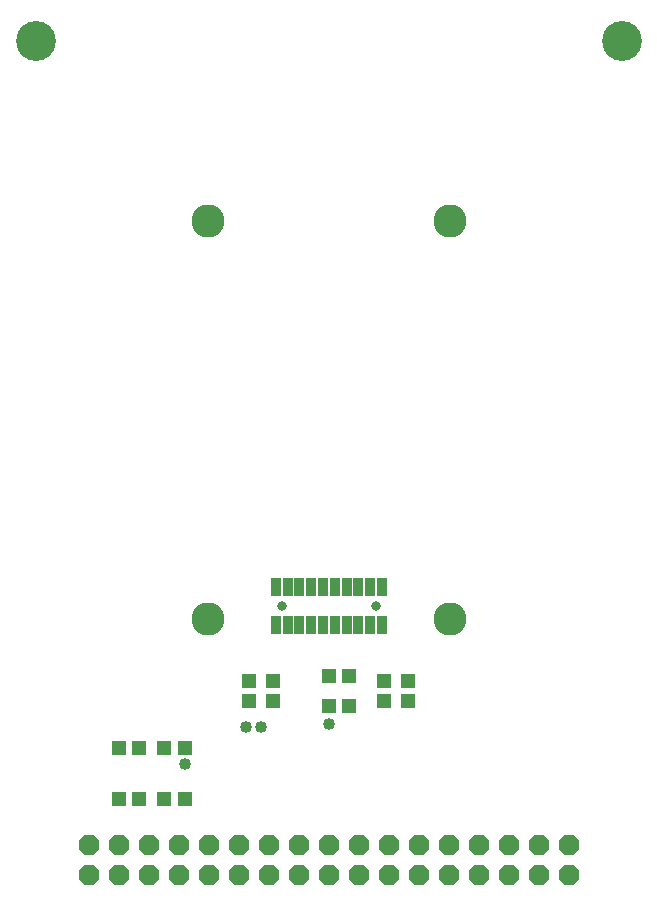
<source format=gts>
G75*
%MOIN*%
%OFA0B0*%
%FSLAX25Y25*%
%IPPOS*%
%LPD*%
%AMOC8*
5,1,8,0,0,1.08239X$1,22.5*
%
%ADD10C,0.13300*%
%ADD11R,0.03202X0.06194*%
%ADD12C,0.11036*%
%ADD13C,0.03300*%
%ADD14R,0.04737X0.05131*%
%ADD15R,0.05131X0.04737*%
%ADD16OC8,0.06706*%
%ADD17R,0.04737X0.04737*%
%ADD18C,0.04000*%
D10*
X0090634Y0373847D03*
X0286034Y0373847D03*
D11*
X0206110Y0192042D03*
X0202173Y0192042D03*
X0198236Y0192042D03*
X0194299Y0192042D03*
X0190362Y0192042D03*
X0186425Y0192042D03*
X0182488Y0192042D03*
X0178551Y0192042D03*
X0174614Y0192042D03*
X0170677Y0192042D03*
X0170677Y0179443D03*
X0174614Y0179443D03*
X0178551Y0179443D03*
X0182488Y0179443D03*
X0186425Y0179443D03*
X0190362Y0179443D03*
X0194299Y0179443D03*
X0198236Y0179443D03*
X0202173Y0179443D03*
X0206110Y0179443D03*
D12*
X0228748Y0181412D03*
X0148040Y0181412D03*
X0148040Y0314089D03*
X0228748Y0314089D03*
D13*
X0204142Y0185743D03*
X0172646Y0185743D03*
D14*
X0169894Y0160703D03*
X0161894Y0160703D03*
X0161894Y0154010D03*
X0169894Y0154010D03*
X0206894Y0154010D03*
X0214894Y0154010D03*
X0214894Y0160703D03*
X0206894Y0160703D03*
D15*
X0195240Y0162357D03*
X0188547Y0162357D03*
X0188547Y0152357D03*
X0195240Y0152357D03*
X0125180Y0138447D03*
X0118487Y0138447D03*
X0118487Y0121447D03*
X0125180Y0121447D03*
D16*
X0108334Y0096147D03*
X0118334Y0096147D03*
X0118334Y0106147D03*
X0108334Y0106147D03*
X0128334Y0106147D03*
X0138334Y0106147D03*
X0148334Y0106147D03*
X0158334Y0106147D03*
X0168334Y0106147D03*
X0178334Y0106147D03*
X0188334Y0106147D03*
X0198334Y0106147D03*
X0208334Y0106147D03*
X0218334Y0106147D03*
X0228334Y0106147D03*
X0238334Y0106147D03*
X0248334Y0106147D03*
X0258334Y0106147D03*
X0268334Y0106147D03*
X0268334Y0096147D03*
X0258334Y0096147D03*
X0248334Y0096147D03*
X0238334Y0096147D03*
X0228334Y0096147D03*
X0218334Y0096147D03*
X0208334Y0096147D03*
X0198334Y0096147D03*
X0188334Y0096147D03*
X0178334Y0096147D03*
X0168334Y0096147D03*
X0158334Y0096147D03*
X0148334Y0096147D03*
X0138334Y0096147D03*
X0128334Y0096147D03*
D17*
X0133381Y0121447D03*
X0140287Y0121447D03*
X0140287Y0138447D03*
X0133381Y0138447D03*
D18*
X0140334Y0132947D03*
X0160894Y0145357D03*
X0165894Y0145357D03*
X0188394Y0146357D03*
M02*

</source>
